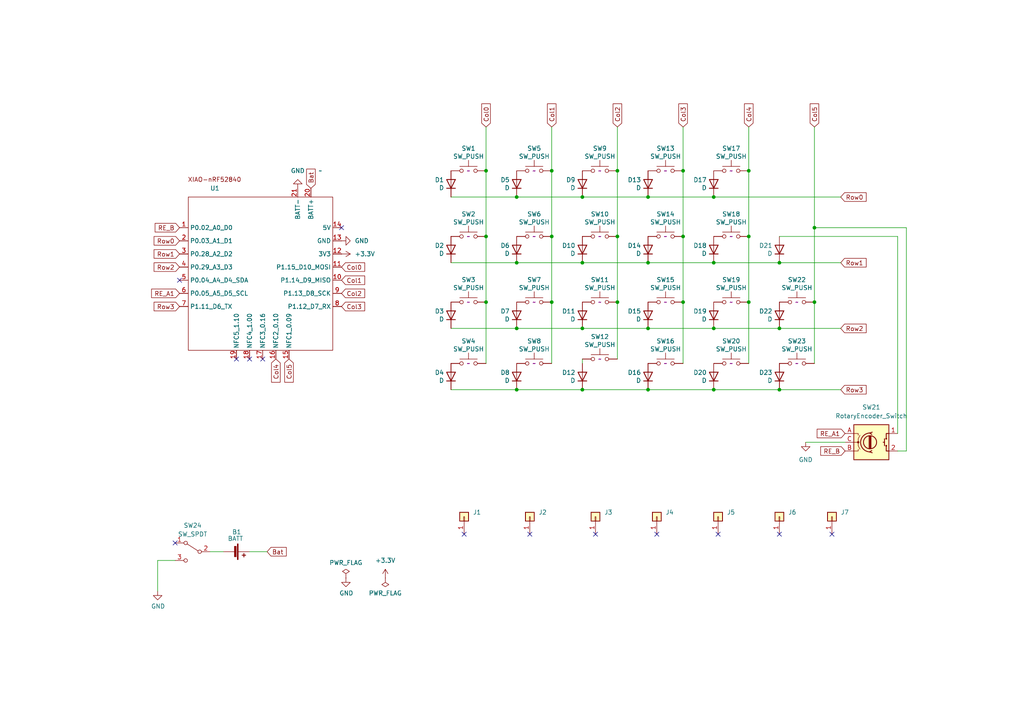
<source format=kicad_sch>
(kicad_sch (version 20231120) (generator "eeschema") (generator_version "8.0")
  (paper "A4")
  (lib_symbols
    (symbol "Connector_Generic:Conn_01x01" (pin_names (offset 1.016) hide)
      (property "Reference" "J" (at 0 2.54 0))
      (property "Value" "Conn_01x01" (at 0 -2.54 0))
      (symbol "Conn_01x01_1_1"
        (rectangle (start -1.27 0.127) (end 0 -0.127) (stroke (width 0.1524)))
        (rectangle (start -1.27 1.27) (end 1.27 -1.27) (stroke (width 0.254)) (fill (type background)))
        (pin passive line (at -5.08 0 0) (length 3.81) (name "Pin_1") (number "1"))
      )
    )
    (symbol "Device:Battery_Cell" (pin_numbers hide) (pin_names (offset 0) hide)
      (property "Reference" "BT" (at 2.54 2.54 0))
      (property "Value" "Battery_Cell" (at 2.54 0 0))
      (symbol "Battery_Cell_0_1"
        (rectangle (start -2.286 1.778) (end 2.286 1.524) (fill (type outline)))
        (rectangle (start -1.5748 1.1938) (end 1.4732 0.6858) (fill (type outline)))
        (polyline (pts (xy 0 0.762) (xy 0 0)))
        (polyline (pts (xy 0 1.778) (xy 0 2.54)))
        (polyline (pts (xy 0.508 3.429) (xy 1.524 3.429)) (stroke (width 0.254)))
        (polyline (pts (xy 1.016 3.937) (xy 1.016 2.921)) (stroke (width 0.254)))
      )
      (symbol "Battery_Cell_1_1"
        (pin passive line (at 0 5.08 270) (length 2.54) (name "+") (number "1"))
        (pin passive line (at 0 -2.54 90) (length 2.54) (name "-") (number "2"))
      )
    )
    (symbol "Device:D" (pin_numbers hide) (pin_names (offset 1.016) hide)
      (property "Reference" "D" (at 0 2.54 0))
      (property "Value" "D" (at 0 -2.54 0))
      (symbol "D_0_1"
        (polyline (pts (xy -1.27 1.27) (xy -1.27 -1.27)) (stroke (width 0.254)))
        (polyline (pts (xy 1.27 0) (xy -1.27 0)))
        (polyline (pts (xy 1.27 1.27) (xy 1.27 -1.27) (xy -1.27 0) (xy 1.27 1.27)) (stroke (width 0.254)))
      )
      (symbol "D_1_1"
        (pin passive line (at -3.81 0 0) (length 2.54) (name "K") (number "1"))
        (pin passive line (at 3.81 0 180) (length 2.54) (name "A") (number "2"))
      )
    )
    (symbol "Device:RotaryEncoder_Switch" (pin_names (offset 0.254) hide)
      (property "Reference" "SW21" (at 0 10.16 0))
      (property "Value" "RotaryEncoder_Switch" (at 0 7.62 0))
      (symbol "RotaryEncoder_Switch_0_1"
        (rectangle (start -5.08 5.08) (end 5.08 -5.08) (stroke (width 0.254)) (fill (type background)))
        (circle (center -3.81 0) (radius 0.254) (fill (type outline)))
        (circle (center -0.381 0) (radius 1.905) (stroke (width 0.254)))
        (arc (start -0.381 2.667) (mid -3.0988 -0.0635) (end -0.381 -2.794) (stroke (width 0.254)))
        (polyline (pts (xy -0.635 -1.778) (xy -0.635 1.778)) (stroke (width 0.254)))
        (polyline (pts (xy -0.381 -1.778) (xy -0.381 1.778)) (stroke (width 0.254)))
        (polyline (pts (xy -0.127 1.778) (xy -0.127 -1.778)) (stroke (width 0.254)))
        (polyline (pts (xy 3.81 0) (xy 3.429 0)) (stroke (width 0.254)))
        (polyline (pts (xy 3.81 1.016) (xy 3.81 -1.016)) (stroke (width 0.254)))
        (polyline (pts (xy -5.08 -2.54) (xy -3.81 -2.54) (xy -3.81 -2.032)))
        (polyline (pts (xy -5.08 2.54) (xy -3.81 2.54) (xy -3.81 2.032)))
        (polyline (pts (xy 0.254 -3.048) (xy -0.508 -2.794) (xy 0.127 -2.413)) (stroke (width 0.254)))
        (polyline (pts (xy 0.254 2.921) (xy -0.508 2.667) (xy 0.127 2.286)) (stroke (width 0.254)))
        (polyline (pts (xy 5.08 -2.54) (xy 4.318 -2.54) (xy 4.318 -1.016)) (stroke (width 0.254)))
        (polyline (pts (xy 5.08 2.54) (xy 4.318 2.54) (xy 4.318 1.016)) (stroke (width 0.254)))
        (polyline (pts (xy -5.08 0) (xy -3.81 0) (xy -3.81 -1.016) (xy -3.302 -2.032)))
        (polyline (pts (xy -4.318 0) (xy -3.81 0) (xy -3.81 1.016) (xy -3.302 2.032)))
        (circle (center 4.318 -1.016) (radius 0.127) (stroke (width 0.254)))
        (circle (center 4.318 1.016) (radius 0.127) (stroke (width 0.254)))
      )
      (symbol "RotaryEncoder_Switch_1_1"
        (pin passive line (at 7.62 2.54 180) (length 2.54) (name "1") (number "1"))
        (pin passive line (at 7.62 -2.54 180) (length 2.54) (name "2") (number "2"))
        (pin passive line (at -7.62 2.54 0) (length 2.54) (name "A") (number "A"))
        (pin passive line (at -7.62 -2.54 0) (length 2.54) (name "B") (number "B"))
        (pin passive line (at -7.62 0 0) (length 2.54) (name "C") (number "C"))
      )
    )
    (symbol "GND_1" (power) (pin_numbers hide) (pin_names (offset 0) hide)
      (property "Value" "GND" (at 0 -3.81 0))
      (symbol "GND_1_0_1"
        (polyline (pts (xy 0 0) (xy 0 -1.27) (xy 1.27 -1.27) (xy 0 -2.54) (xy -1.27 -1.27) (xy 0 -1.27)))
      )
      (symbol "GND_1_1_1"
        (pin power_in line (at 0 0 270) (length 0) (name "~") (number "1"))
      )
    )
    (symbol "GND_2" (power) (pin_numbers hide) (pin_names (offset 0) hide)
      (property "Value" "GND" (at 0 -3.81 0))
      (symbol "GND_2_0_1"
        (polyline (pts (xy 0 0) (xy 0 -1.27) (xy 1.27 -1.27) (xy 0 -2.54) (xy -1.27 -1.27) (xy 0 -1.27)))
      )
      (symbol "GND_2_1_1"
        (pin power_in line (at 0 0 270) (length 0) (name "~") (number "1"))
      )
    )
    (symbol "Switch:SW_Push" (pin_numbers hide) (pin_names (offset 1.016) hide)
      (property "Reference" "SW" (at 1.27 2.54 0))
      (property "Value" "SW_Push" (at 0 -1.524 0))
      (symbol "SW_Push_0_1"
        (circle (center -2.032 0) (radius 0.508))
        (polyline (pts (xy 0 1.27) (xy 0 3.048)))
        (polyline (pts (xy 2.54 1.27) (xy -2.54 1.27)))
        (circle (center 2.032 0) (radius 0.508))
        (pin passive line (at -5.08 0 0) (length 2.54) (name "1") (number "1"))
        (pin passive line (at 5.08 0 180) (length 2.54) (name "2") (number "2"))
      )
    )
    (symbol "Switch:SW_SPDT" (pin_names (offset 0) hide)
      (property "Reference" "SW" (at 0 4.318 0))
      (property "Value" "SW_SPDT" (at 0 -5.08 0))
      (symbol "SW_SPDT_0_0"
        (circle (center -2.032 0) (radius 0.508))
        (circle (center 2.032 -2.54) (radius 0.508))
      )
      (symbol "SW_SPDT_0_1"
        (polyline (pts (xy -1.524 0.254) (xy 1.651 2.286)))
        (circle (center 2.032 2.54) (radius 0.508))
      )
      (symbol "SW_SPDT_1_1"
        (pin passive line (at 5.08 2.54 180) (length 2.54) (name "A") (number "1"))
        (pin passive line (at -5.08 0 0) (length 2.54) (name "B") (number "2"))
        (pin passive line (at 5.08 -2.54 180) (length 2.54) (name "C") (number "3"))
      )
    )
    (symbol "my:XIAO-nRF52840"
      (property "Reference" "U1" (at 19.05 -3.81 0))
      (property "Value" "~" (at 50.4541 1.27 0))
      (symbol "XIAO-nRF52840_1_1"
        (text "XIAO-nRF52840" (at 20.32 -1.27 0) (effects (font (size 1.27 1.27))))
        (text_box "" (at 12.7 -6.35 0) (size 41.91 -44.45) (effects (font (size 1.27 1.27)) (justify left top)))
        (pin unspecified line (at 10.16 -15.24 0) (length 2.54) (name "P0.02_A0_D0") (number "1"))
        (pin unspecified line (at 57.15 -30.48 180) (length 2.54) (name "P1.14_D9_MISO") (number "10"))
        (pin unspecified line (at 57.15 -26.67 180) (length 2.54) (name "P1.15_D10_MOSI") (number "11"))
        (pin unspecified line (at 57.15 -22.86 180) (length 2.54) (name "3V3") (number "12"))
        (pin unspecified line (at 57.15 -19.05 180) (length 2.54) (name "GND") (number "13"))
        (pin unspecified line (at 57.15 -15.24 180) (length 2.54) (name "5V") (number "14"))
        (pin unspecified line (at 41.91 -53.34 90) (length 2.54) (name "NFC1_0.09") (number "15"))
        (pin unspecified line (at 38.1 -53.34 90) (length 2.54) (name "NFC2_0.10") (number "16"))
        (pin unspecified line (at 34.29 -53.34 90) (length 2.54) (name "NFC3_0.16") (number "17"))
        (pin unspecified line (at 30.48 -53.34 90) (length 2.54) (name "NFC4_1.00") (number "18"))
        (pin unspecified line (at 26.67 -53.34 90) (length 2.54) (name "NFC5_1.10") (number "19"))
        (pin unspecified line (at 10.16 -19.05 0) (length 2.54) (name "P0.03_A1_D1") (number "2"))
        (pin unspecified line (at 48.26 -3.81 270) (length 2.54) (name "BATT+") (number "20"))
        (pin unspecified line (at 44.45 -3.81 270) (length 2.54) (name "BATT-") (number "21"))
        (pin unspecified line (at 10.16 -22.86 0) (length 2.54) (name "P0.28_A2_D2") (number "3"))
        (pin unspecified line (at 10.16 -26.67 0) (length 2.54) (name "P0.29_A3_D3") (number "4"))
        (pin unspecified line (at 10.16 -30.48 0) (length 2.54) (name "P0.04_A4_D4_SDA") (number "5"))
        (pin unspecified line (at 10.16 -34.29 0) (length 2.54) (name "P0.05_A5_D5_SCL") (number "6"))
        (pin unspecified line (at 10.16 -38.1 0) (length 2.54) (name "P1.11_D6_TX") (number "7"))
        (pin unspecified line (at 57.15 -38.1 180) (length 2.54) (name "P1.12_D7_RX") (number "8"))
        (pin unspecified line (at 57.15 -34.29 180) (length 2.54) (name "P1.13_D8_SCK") (number "9"))
      )
    )
    (symbol "power:+3.3V" (power) (pin_numbers hide) (pin_names (offset 0) hide)
      (property "Value" "+3.3V" (at 0 3.556 0))
      (symbol "+3.3V_0_1"
        (polyline (pts (xy -0.762 1.27) (xy 0 2.54)))
        (polyline (pts (xy 0 0) (xy 0 2.54)))
        (polyline (pts (xy 0 2.54) (xy 0.762 1.27)))
      )
      (symbol "+3.3V_1_1"
        (pin power_in line (at 0 0 90) (length 0) (name "~") (number "1"))
      )
    )
    (symbol "power:GND" (power) (pin_names (offset 0))
      (property "Value" "GND" (at 0 -3.81 0))
      (symbol "GND_0_1"
        (polyline (pts (xy 0 0) (xy 0 -1.27) (xy 1.27 -1.27) (xy 0 -2.54) (xy -1.27 -1.27) (xy 0 -1.27)))
      )
      (symbol "GND_1_1"
        (pin power_in line (at 0 0 270) (length 0) hide (name "GND") (number "1"))
      )
    )
    (symbol "power:PWR_FLAG" (power) (pin_numbers hide) (pin_names (offset 0) hide)
      (property "Value" "PWR_FLAG" (at 0 3.81 0))
      (symbol "PWR_FLAG_0_0"
        (pin power_out line (at 0 0 90) (length 0) (name "pwr") (number "1"))
      )
      (symbol "PWR_FLAG_0_1"
        (polyline (pts (xy 0 0) (xy 0 1.27) (xy -1.016 1.905) (xy 0 2.54) (xy 1.016 1.905) (xy 0 1.27)))
      )
    )
  )
  (junction (at 160.02 49.53))
  (junction (at 168.91 113.03))
  (junction (at 207.01 57.15))
  (junction (at 149.86 57.15))
  (junction (at 236.22 66.04))
  (junction (at 179.07 87.63))
  (junction (at 168.91 76.2))
  (junction (at 168.91 95.25))
  (junction (at 236.22 87.63))
  (junction (at 226.06 95.25))
  (junction (at 140.97 87.63))
  (junction (at 149.86 76.2))
  (junction (at 160.02 68.58))
  (junction (at 217.17 87.63))
  (junction (at 198.12 68.58))
  (junction (at 207.01 113.03))
  (junction (at 226.06 76.2))
  (junction (at 226.06 113.03))
  (junction (at 187.96 95.25))
  (junction (at 217.17 49.53))
  (junction (at 187.96 57.15))
  (junction (at 207.01 95.25))
  (junction (at 179.07 49.53))
  (junction (at 179.07 68.58))
  (junction (at 160.02 87.63))
  (junction (at 168.91 57.15))
  (junction (at 187.96 113.03))
  (junction (at 149.86 95.25))
  (junction (at 187.96 76.2))
  (junction (at 140.97 68.58))
  (junction (at 149.86 113.03))
  (junction (at 217.17 68.58))
  (junction (at 198.12 49.53))
  (junction (at 207.01 76.2))
  (junction (at 140.97 49.53))
  (junction (at 198.12 87.63))
  (no_connect (at 226.06 154.94))
  (no_connect (at 190.5 154.94))
  (no_connect (at 208.28 154.94))
  (no_connect (at 50.8 157.48))
  (no_connect (at 153.67 154.94))
  (no_connect (at 134.62 154.94))
  (no_connect (at 76.2 104.14))
  (no_connect (at 99.06 66.04))
  (no_connect (at 68.58 104.14))
  (no_connect (at 72.39 104.14))
  (no_connect (at 172.72 154.94))
  (no_connect (at 241.3 154.94))
  (no_connect (at 52.07 81.28))
  (wire (pts (xy 179.07 49.53) (xy 179.07 68.58)))
  (wire (pts (xy 179.07 68.58) (xy 179.07 87.63)))
  (wire (pts (xy 236.22 87.63) (xy 236.22 105.41)))
  (wire (pts (xy 72.39 160.02) (xy 77.47 160.02)))
  (wire (pts (xy 60.96 160.02) (xy 64.77 160.02)))
  (wire (pts (xy 217.17 87.63) (xy 217.17 105.41)))
  (wire (pts (xy 226.06 68.58) (xy 260.35 68.58)))
  (wire (pts (xy 50.8 162.56) (xy 45.72 162.56)))
  (wire (pts (xy 236.22 66.04) (xy 262.89 66.04)))
  (wire (pts (xy 160.02 68.58) (xy 160.02 87.63)))
  (wire (pts (xy 198.12 68.58) (xy 198.12 87.63)))
  (wire (pts (xy 149.86 95.25) (xy 130.81 95.25)))
  (wire (pts (xy 187.96 95.25) (xy 168.91 95.25)))
  (wire (pts (xy 260.35 68.58) (xy 260.35 125.73)))
  (wire (pts (xy 233.68 128.27) (xy 245.11 128.27)))
  (wire (pts (xy 226.06 113.03) (xy 243.84 113.03)))
  (wire (pts (xy 226.06 95.25) (xy 243.84 95.25)))
  (wire (pts (xy 149.86 57.15) (xy 130.81 57.15)))
  (wire (pts (xy 207.01 113.03) (xy 226.06 113.03)))
  (wire (pts (xy 45.72 162.56) (xy 45.72 171.45)))
  (wire (pts (xy 179.07 36.83) (xy 179.07 49.53)))
  (wire (pts (xy 187.96 76.2) (xy 168.91 76.2)))
  (wire (pts (xy 198.12 87.63) (xy 198.12 105.41)))
  (wire (pts (xy 217.17 36.83) (xy 217.17 49.53)))
  (wire (pts (xy 207.01 113.03) (xy 187.96 113.03)))
  (wire (pts (xy 140.97 68.58) (xy 140.97 87.63)))
  (wire (pts (xy 168.91 95.25) (xy 149.86 95.25)))
  (wire (pts (xy 217.17 68.58) (xy 217.17 87.63)))
  (wire (pts (xy 217.17 49.53) (xy 217.17 68.58)))
  (wire (pts (xy 160.02 36.83) (xy 160.02 49.53)))
  (wire (pts (xy 236.22 36.83) (xy 236.22 66.04)))
  (wire (pts (xy 198.12 49.53) (xy 198.12 68.58)))
  (wire (pts (xy 207.01 57.15) (xy 187.96 57.15)))
  (wire (pts (xy 160.02 87.63) (xy 160.02 105.41)))
  (wire (pts (xy 168.91 57.15) (xy 149.86 57.15)))
  (wire (pts (xy 187.96 57.15) (xy 168.91 57.15)))
  (wire (pts (xy 168.91 113.03) (xy 149.86 113.03)))
  (wire (pts (xy 160.02 49.53) (xy 160.02 68.58)))
  (wire (pts (xy 140.97 49.53) (xy 140.97 68.58)))
  (wire (pts (xy 168.91 104.14) (xy 168.91 105.41)))
  (wire (pts (xy 207.01 76.2) (xy 187.96 76.2)))
  (wire (pts (xy 207.01 95.25) (xy 187.96 95.25)))
  (wire (pts (xy 207.01 95.25) (xy 226.06 95.25)))
  (wire (pts (xy 168.91 76.2) (xy 149.86 76.2)))
  (wire (pts (xy 149.86 76.2) (xy 130.81 76.2)))
  (wire (pts (xy 187.96 113.03) (xy 168.91 113.03)))
  (wire (pts (xy 207.01 57.15) (xy 243.84 57.15)))
  (wire (pts (xy 149.86 113.03) (xy 130.81 113.03)))
  (wire (pts (xy 262.89 130.81) (xy 262.89 66.04)))
  (wire (pts (xy 140.97 36.83) (xy 140.97 49.53)))
  (wire (pts (xy 207.01 76.2) (xy 226.06 76.2)))
  (wire (pts (xy 198.12 36.83) (xy 198.12 49.53)))
  (wire (pts (xy 140.97 87.63) (xy 140.97 105.41)))
  (wire (pts (xy 236.22 66.04) (xy 236.22 87.63)))
  (wire (pts (xy 179.07 87.63) (xy 179.07 104.14)))
  (wire (pts (xy 226.06 76.2) (xy 243.84 76.2)))
  (wire (pts (xy 260.35 130.81) (xy 262.89 130.81)))
  (global_label "RE_A1" (shape input) (at 245.11 125.73 180) (property "Intersheetrefs" "${INTERSHEET_REFS}" (effects (hide yes))))
  (global_label "RE_B" (shape input) (at 52.07 66.04 180) (property "Intersheetrefs" "${INTERSHEET_REFS}" (effects (hide yes))))
  (global_label "Col4" (shape input) (at 80.01 104.14 270) (property "Intersheetrefs" "${INTERSHEET_REFS}" (effects (hide yes))))
  (global_label "RE_B" (shape input) (at 245.11 130.81 180) (property "Intersheetrefs" "${INTERSHEET_REFS}" (effects (hide yes))))
  (global_label "Col3" (shape input) (at 198.12 36.83 90) (property "Intersheetrefs" "${INTERSHEET_REFS}" (effects (hide yes))))
  (global_label "Col0" (shape input) (at 140.97 36.83 90) (property "Intersheetrefs" "${INTERSHEET_REFS}" (effects (hide yes))))
  (global_label "Col1" (shape input) (at 160.02 36.83 90) (property "Intersheetrefs" "${INTERSHEET_REFS}" (effects (hide yes))))
  (global_label "Row1" (shape input) (at 52.07 73.66 180) (property "Intersheetrefs" "${INTERSHEET_REFS}" (effects (hide yes))))
  (global_label "Row2" (shape input) (at 243.84 95.25 0) (property "Intersheetrefs" "${INTERSHEET_REFS}" (effects (hide yes))))
  (global_label "Row3" (shape input) (at 52.07 88.9 180) (property "Intersheetrefs" "${INTERSHEET_REFS}" (effects (hide yes))))
  (global_label "Col5" (shape input) (at 236.22 36.83 90) (property "Intersheetrefs" "${INTERSHEET_REFS}" (effects (hide yes))))
  (global_label "Col0" (shape input) (at 99.06 77.47 0) (property "Intersheetrefs" "${INTERSHEET_REFS}" (effects (hide yes))))
  (global_label "Col1" (shape input) (at 99.06 81.28 0) (property "Intersheetrefs" "${INTERSHEET_REFS}" (effects (hide yes))))
  (global_label "Col5" (shape input) (at 83.82 104.14 270) (property "Intersheetrefs" "${INTERSHEET_REFS}" (effects (hide yes))))
  (global_label "Col2" (shape input) (at 179.07 36.83 90) (property "Intersheetrefs" "${INTERSHEET_REFS}" (effects (hide yes))))
  (global_label "Bat" (shape input) (at 77.47 160.02 0) (property "Intersheetrefs" "${INTERSHEET_REFS}" (effects (hide yes))))
  (global_label "Row1" (shape input) (at 243.84 76.2 0) (property "Intersheetrefs" "${INTERSHEET_REFS}" (effects (hide yes))))
  (global_label "RE_A1" (shape input) (at 52.07 85.09 180) (property "Intersheetrefs" "${INTERSHEET_REFS}" (effects (hide yes))))
  (global_label "Bat" (shape input) (at 90.17 54.61 90) (property "Intersheetrefs" "${INTERSHEET_REFS}" (effects (hide yes))))
  (global_label "Col4" (shape input) (at 217.17 36.83 90) (property "Intersheetrefs" "${INTERSHEET_REFS}" (effects (hide yes))))
  (global_label "Row2" (shape input) (at 52.07 77.47 180) (property "Intersheetrefs" "${INTERSHEET_REFS}" (effects (hide yes))))
  (global_label "Col3" (shape input) (at 99.06 88.9 0) (property "Intersheetrefs" "${INTERSHEET_REFS}" (effects (hide yes))))
  (global_label "Col2" (shape input) (at 99.06 85.09 0) (property "Intersheetrefs" "${INTERSHEET_REFS}" (effects (hide yes))))
  (global_label "Row0" (shape input) (at 243.84 57.15 0) (property "Intersheetrefs" "${INTERSHEET_REFS}" (effects (hide yes))))
  (global_label "Row3" (shape input) (at 243.84 113.03 0) (property "Intersheetrefs" "${INTERSHEET_REFS}" (effects (hide yes))))
  (global_label "Row0" (shape input) (at 52.07 69.85 180) (property "Intersheetrefs" "${INTERSHEET_REFS}" (effects (hide yes))))
  (symbol (lib_id "Connector_Generic:Conn_01x01") (at 190.5 149.86 90) (unit 1)
    (property "Reference" "J4" (at 193.04 148.5899 90) (effects (justify right)))
    (property "Value" "Conn_01x01-Connector_Generic" (effects (hide yes)))
    (property "Footprint" "MountingHole:MountingHole_4.3mm_M4" (effects (hide yes)))
    (property "Description" "Generic connector, single row, 01x01, script generated (kicad-library-utils/schlib/autogen/connector/)" (effects (hide yes)))
  )
  (symbol (lib_id "Device:D") (at 149.86 72.39 270) (mirror x) (unit 1)
    (property "Reference" "D6" (at 147.8534 71.2216 90) (effects (justify right)))
    (property "Value" "D" (at 147.8534 73.533 90) (effects (justify right)))
    (property "Footprint" "Diode_SMD:D_SOD-123" (effects (hide yes)))
  )
  (symbol (lib_id "Device:D") (at 168.91 53.34 270) (mirror x) (unit 1)
    (property "Reference" "D9" (at 166.9034 52.1716 90) (effects (justify right)))
    (property "Value" "D" (at 166.9034 54.483 90) (effects (justify right)))
    (property "Footprint" "Diode_SMD:D_SOD-123" (effects (hide yes)))
  )
  (symbol (lib_id "power:GND") (at 100.33 167.64 0) (unit 1)
    (property "Reference" "#PWR06" (effects (hide yes)))
    (property "Value" "GND" (at 100.457 172.0342 0))
  )
  (symbol (lib_id "Device:D") (at 226.06 91.44 270) (mirror x) (unit 1)
    (property "Reference" "D22" (at 224.0534 90.2716 90) (effects (justify right)))
    (property "Value" "D" (at 224.0534 92.583 90) (effects (justify right)))
    (property "Footprint" "Diode_SMD:D_SOD-123" (effects (hide yes)))
  )
  (symbol (lib_id "Device:D") (at 149.86 109.22 270) (mirror x) (unit 1)
    (property "Reference" "D8" (at 147.8534 108.0516 90) (effects (justify right)))
    (property "Value" "D" (at 147.8534 110.363 90) (effects (justify right)))
    (property "Footprint" "Diode_SMD:D_SOD-123" (effects (hide yes)))
  )
  (symbol (lib_id "Connector_Generic:Conn_01x01") (at 153.67 149.86 90) (unit 1)
    (property "Reference" "J2" (at 156.21 148.5899 90) (effects (justify right)))
    (property "Value" "Conn_01x01-Connector_Generic" (effects (hide yes)))
    (property "Footprint" "MountingHole:MountingHole_4.3mm_M4" (effects (hide yes)))
    (property "Description" "Generic connector, single row, 01x01, script generated (kicad-library-utils/schlib/autogen/connector/)" (effects (hide yes)))
  )
  (symbol (lib_id "Device:D") (at 168.91 72.39 270) (mirror x) (unit 1)
    (property "Reference" "D10" (at 166.9034 71.2216 90) (effects (justify right)))
    (property "Value" "D" (at 166.9034 73.533 90) (effects (justify right)))
    (property "Footprint" "Diode_SMD:D_SOD-123" (effects (hide yes)))
  )
  (symbol (lib_id "Connector_Generic:Conn_01x01") (at 208.28 149.86 90) (unit 1)
    (property "Reference" "J5" (at 210.82 148.5899 90) (effects (justify right)))
    (property "Value" "Conn_01x01-Connector_Generic" (effects (hide yes)))
    (property "Footprint" "MountingHole:MountingHole_4.3mm_M4" (effects (hide yes)))
    (property "Description" "Generic connector, single row, 01x01, script generated (kicad-library-utils/schlib/autogen/connector/)" (effects (hide yes)))
  )
  (symbol (lib_id "Device:D") (at 226.06 72.39 270) (mirror x) (unit 1)
    (property "Reference" "D21" (at 224.0534 71.2216 90) (effects (justify right)))
    (property "Value" "D" (at 224.0534 73.533 90) (effects (justify right)))
    (property "Footprint" "Diode_SMD:D_SOD-123" (effects (hide yes)))
  )
  (symbol (lib_id "Device:RotaryEncoder_Switch") (at 252.73 128.27 0) (unit 1)
    (property "Reference" "SW21" (at 252.73 118.11 0))
    (property "Value" "RotaryEncoder_Switch" (at 252.73 120.65 0))
    (property "Footprint" "roBa:gateron-ks27-choc-v1-mx-hotswap-ec12" (effects (hide yes)))
    (property "Description" "Rotary encoder, dual channel, incremental quadrate outputs, with switch" (effects (hide yes)))
  )
  (symbol (lib_id "Connector_Generic:Conn_01x01") (at 241.3 149.86 90) (unit 1)
    (property "Reference" "J7" (at 243.84 148.5899 90) (effects (justify right)))
    (property "Value" "Conn_01x01-Connector_Generic" (effects (hide yes)))
    (property "Footprint" "MountingHole:MountingHole_4.3mm_M4" (effects (hide yes)))
    (property "Description" "Generic connector, single row, 01x01, script generated (kicad-library-utils/schlib/autogen/connector/)" (effects (hide yes)))
  )
  (symbol (lib_id "Switch:SW_Push") (at 173.99 49.53 0) (unit 1)
    (property "Reference" "SW9" (at 173.99 43.053 0))
    (property "Value" "SW_PUSH" (at 173.99 45.3644 0))
    (property "Footprint" "roBa:gateron-ks27-choc-v1-mx-hotswap-curved-pads" (effects (hide yes)))
    (property "Datasheet" "~" (at 173.99 49.53 0))
    (property "Description" "Push button switch, generic, two pins" (effects (hide yes)))
  )
  (symbol (lib_id "my:XIAO-nRF52840") (at 41.91 50.8 0) (unit 1)
    (property "Reference" "U1" (at 60.96 54.61 0) (effects (justify left)))
    (property "Value" "~" (at 92.3641 49.53 0) (effects (justify left)))
    (property "Footprint" "roBa:XIAO_nRF52840_wBAT_wNFC_1" (effects (hide yes)))
  )
  (symbol (lib_id "Switch:SW_Push") (at 154.94 105.41 0) (unit 1)
    (property "Reference" "SW8" (at 154.94 98.933 0))
    (property "Value" "SW_PUSH" (at 154.94 101.2444 0))
    (property "Footprint" "roBa:gateron-ks27-choc-v1-mx-hotswap-curved-pads" (effects (hide yes)))
    (property "Datasheet" "~" (at 154.94 105.41 0))
    (property "Description" "Push button switch, generic, two pins" (effects (hide yes)))
  )
  (symbol (lib_id "Device:D") (at 149.86 53.34 270) (mirror x) (unit 1)
    (property "Reference" "D5" (at 147.8534 52.1716 90) (effects (justify right)))
    (property "Value" "D" (at 147.8534 54.483 90) (effects (justify right)))
    (property "Footprint" "Diode_SMD:D_SOD-123" (effects (hide yes)))
  )
  (symbol (lib_id "Switch:SW_Push") (at 193.04 49.53 0) (unit 1)
    (property "Reference" "SW13" (at 193.04 43.053 0))
    (property "Value" "SW_PUSH" (at 193.04 45.3644 0))
    (property "Footprint" "roBa:gateron-ks27-choc-v1-mx-hotswap-curved-pads" (effects (hide yes)))
    (property "Datasheet" "~" (at 193.04 49.53 0))
    (property "Description" "Push button switch, generic, two pins" (effects (hide yes)))
  )
  (symbol (lib_id "Device:D") (at 130.81 91.44 270) (mirror x) (unit 1)
    (property "Reference" "D3" (at 128.8034 90.2716 90) (effects (justify right)))
    (property "Value" "D" (at 128.8034 92.583 90) (effects (justify right)))
    (property "Footprint" "Diode_SMD:D_SOD-123" (effects (hide yes)))
  )
  (symbol (lib_id "Switch:SW_Push") (at 135.89 68.58 0) (unit 1)
    (property "Reference" "SW2" (at 135.89 62.103 0))
    (property "Value" "SW_PUSH" (at 135.89 64.4144 0))
    (property "Footprint" "roBa:gateron-ks27-choc-v1-mx-hotswap-curved-pads" (effects (hide yes)))
    (property "Datasheet" "~" (at 135.89 68.58 0))
    (property "Description" "Push button switch, generic, two pins" (effects (hide yes)))
  )
  (symbol (lib_id "Switch:SW_Push") (at 173.99 87.63 0) (unit 1)
    (property "Reference" "SW11" (at 173.99 81.153 0))
    (property "Value" "SW_PUSH" (at 173.99 83.4644 0))
    (property "Footprint" "roBa:gateron-ks27-choc-v1-mx-hotswap-curved-pads" (effects (hide yes)))
    (property "Datasheet" "~" (at 173.99 87.63 0))
    (property "Description" "Push button switch, generic, two pins" (effects (hide yes)))
  )
  (symbol (lib_id "Connector_Generic:Conn_01x01") (at 134.62 149.86 90) (unit 1)
    (property "Reference" "J1" (at 137.16 148.5899 90) (effects (justify right)))
    (property "Value" "Conn_01x01-Connector_Generic" (effects (hide yes)))
    (property "Footprint" "MountingHole:MountingHole_4.3mm_M4" (effects (hide yes)))
    (property "Description" "Generic connector, single row, 01x01, script generated (kicad-library-utils/schlib/autogen/connector/)" (effects (hide yes)))
  )
  (symbol (lib_id "Connector_Generic:Conn_01x01") (at 226.06 149.86 90) (unit 1)
    (property "Reference" "J6" (at 228.6 148.5899 90) (effects (justify right)))
    (property "Value" "Conn_01x01-Connector_Generic" (effects (hide yes)))
    (property "Footprint" "MountingHole:MountingHole_4.3mm_M4" (effects (hide yes)))
    (property "Description" "Generic connector, single row, 01x01, script generated (kicad-library-utils/schlib/autogen/connector/)" (effects (hide yes)))
  )
  (symbol (lib_id "Switch:SW_Push") (at 154.94 49.53 0) (unit 1)
    (property "Reference" "SW5" (at 154.94 43.053 0))
    (property "Value" "SW_PUSH" (at 154.94 45.3644 0))
    (property "Footprint" "roBa:gateron-ks27-choc-v1-mx-hotswap-curved-pads" (effects (hide yes)))
    (property "Datasheet" "~" (at 154.94 49.53 0))
    (property "Description" "Push button switch, generic, two pins" (effects (hide yes)))
  )
  (symbol (lib_id "power:GND") (at 45.72 171.45 0) (unit 1)
    (property "Reference" "#PWR01" (effects (hide yes)))
    (property "Value" "GND" (at 45.847 175.8442 0))
  )
  (symbol (lib_name "GND_2") (lib_id "power:GND") (at 233.68 128.27 0) (unit 1)
    (property "Reference" "#PWR08" (effects (hide yes)))
    (property "Value" "GND" (at 233.68 133.35 0))
    (property "Description" "Power symbol creates a global label with name \"GND\" , ground" (effects (hide yes)))
  )
  (symbol (lib_id "Switch:SW_Push") (at 154.94 87.63 0) (unit 1)
    (property "Reference" "SW7" (at 154.94 81.153 0))
    (property "Value" "SW_PUSH" (at 154.94 83.4644 0))
    (property "Footprint" "roBa:gateron-ks27-choc-v1-mx-hotswap-curved-pads" (effects (hide yes)))
    (property "Datasheet" "~" (at 154.94 87.63 0))
    (property "Description" "Push button switch, generic, two pins" (effects (hide yes)))
  )
  (symbol (lib_id "Switch:SW_Push") (at 173.99 104.14 0) (unit 1)
    (property "Reference" "SW12" (at 173.99 97.663 0))
    (property "Value" "SW_PUSH" (at 173.99 99.9744 0))
    (property "Footprint" "roBa:gateron-ks27-choc-v1-mx-hotswap-curved-pads" (effects (hide yes)))
    (property "Datasheet" "~" (at 173.99 104.14 0))
    (property "Description" "Push button switch, generic, two pins" (effects (hide yes)))
  )
  (symbol (lib_id "Connector_Generic:Conn_01x01") (at 172.72 149.86 90) (unit 1)
    (property "Reference" "J3" (at 175.26 148.5899 90) (effects (justify right)))
    (property "Value" "Conn_01x01-Connector_Generic" (effects (hide yes)))
    (property "Footprint" "MountingHole:MountingHole_4.3mm_M4" (effects (hide yes)))
    (property "Description" "Generic connector, single row, 01x01, script generated (kicad-library-utils/schlib/autogen/connector/)" (effects (hide yes)))
  )
  (symbol (lib_id "power:PWR_FLAG") (at 111.76 167.64 180) (unit 1)
    (property "Reference" "#FLG02" (effects (hide yes)))
    (property "Value" "PWR_FLAG" (at 111.76 172.0342 0))
  )
  (symbol (lib_id "Device:D") (at 207.01 109.22 270) (mirror x) (unit 1)
    (property "Reference" "D20" (at 205.0034 108.0516 90) (effects (justify right)))
    (property "Value" "D" (at 205.0034 110.363 90) (effects (justify right)))
    (property "Footprint" "Diode_SMD:D_SOD-123" (effects (hide yes)))
  )
  (symbol (lib_id "Device:D") (at 130.81 53.34 270) (mirror x) (unit 1)
    (property "Reference" "D1" (at 128.8034 52.1716 90) (effects (justify right)))
    (property "Value" "D" (at 128.8034 54.483 90) (effects (justify right)))
    (property "Footprint" "Diode_SMD:D_SOD-123" (effects (hide yes)))
  )
  (symbol (lib_id "Switch:SW_Push") (at 193.04 105.41 0) (unit 1)
    (property "Reference" "SW16" (at 193.04 98.933 0))
    (property "Value" "SW_PUSH" (at 193.04 101.2444 0))
    (property "Footprint" "roBa:gateron-ks27-choc-v1-mx-hotswap-curved-pads" (effects (hide yes)))
    (property "Datasheet" "~" (at 193.04 105.41 0))
    (property "Description" "Push button switch, generic, two pins" (effects (hide yes)))
  )
  (symbol (lib_id "Device:D") (at 226.06 109.22 270) (mirror x) (unit 1)
    (property "Reference" "D23" (at 224.0534 108.0516 90) (effects (justify right)))
    (property "Value" "D" (at 224.0534 110.363 90) (effects (justify right)))
    (property "Footprint" "Diode_SMD:D_SOD-123" (effects (hide yes)))
  )
  (symbol (lib_id "power:+3.3V") (at 111.76 167.64 0) (unit 1)
    (property "Reference" "#PWR05" (effects (hide yes)))
    (property "Value" "+3.3V" (at 111.76 162.56 0))
    (property "Description" "Power symbol creates a global label with name \"+3.3V\"" (effects (hide yes)))
  )
  (symbol (lib_id "Device:D") (at 187.96 72.39 270) (mirror x) (unit 1)
    (property "Reference" "D14" (at 185.9534 71.2216 90) (effects (justify right)))
    (property "Value" "D" (at 185.9534 73.533 90) (effects (justify right)))
    (property "Footprint" "Diode_SMD:D_SOD-123" (effects (hide yes)))
  )
  (symbol (lib_id "Switch:SW_Push") (at 193.04 68.58 0) (unit 1)
    (property "Reference" "SW14" (at 193.04 62.103 0))
    (property "Value" "SW_PUSH" (at 193.04 64.4144 0))
    (property "Footprint" "roBa:gateron-ks27-choc-v1-mx-hotswap-curved-pads" (effects (hide yes)))
    (property "Datasheet" "~" (at 193.04 68.58 0))
    (property "Description" "Push button switch, generic, two pins" (effects (hide yes)))
  )
  (symbol (lib_id "Device:D") (at 207.01 91.44 270) (mirror x) (unit 1)
    (property "Reference" "D19" (at 205.0034 90.2716 90) (effects (justify right)))
    (property "Value" "D" (at 205.0034 92.583 90) (effects (justify right)))
    (property "Footprint" "Diode_SMD:D_SOD-123" (effects (hide yes)))
  )
  (symbol (lib_id "Switch:SW_Push") (at 212.09 105.41 0) (unit 1)
    (property "Reference" "SW20" (at 212.09 98.933 0))
    (property "Value" "SW_PUSH" (at 212.09 101.2444 0))
    (property "Footprint" "roBa:gateron-ks27-choc-v1-mx-hotswap-curved-pads" (effects (hide yes)))
    (property "Datasheet" "~" (at 212.09 105.41 0))
    (property "Description" "Push button switch, generic, two pins" (effects (hide yes)))
  )
  (symbol (lib_id "Device:D") (at 187.96 91.44 270) (mirror x) (unit 1)
    (property "Reference" "D15" (at 185.9534 90.2716 90) (effects (justify right)))
    (property "Value" "D" (at 185.9534 92.583 90) (effects (justify right)))
    (property "Footprint" "Diode_SMD:D_SOD-123" (effects (hide yes)))
  )
  (symbol (lib_id "Switch:SW_Push") (at 193.04 87.63 0) (unit 1)
    (property "Reference" "SW15" (at 193.04 81.153 0))
    (property "Value" "SW_PUSH" (at 193.04 83.4644 0))
    (property "Footprint" "roBa:gateron-ks27-choc-v1-mx-hotswap-curved-pads" (effects (hide yes)))
    (property "Datasheet" "~" (at 193.04 87.63 0))
    (property "Description" "Push button switch, generic, two pins" (effects (hide yes)))
  )
  (symbol (lib_id "Switch:SW_Push") (at 212.09 49.53 0) (unit 1)
    (property "Reference" "SW17" (at 212.09 43.053 0))
    (property "Value" "SW_PUSH" (at 212.09 45.3644 0))
    (property "Footprint" "roBa:gateron-ks27-choc-v1-mx-hotswap-curved-pads" (effects (hide yes)))
    (property "Datasheet" "~" (at 212.09 49.53 0))
    (property "Description" "Push button switch, generic, two pins" (effects (hide yes)))
  )
  (symbol (lib_id "Switch:SW_Push") (at 173.99 68.58 0) (unit 1)
    (property "Reference" "SW10" (at 173.99 62.103 0))
    (property "Value" "SW_PUSH" (at 173.99 64.4144 0))
    (property "Footprint" "roBa:gateron-ks27-choc-v1-mx-hotswap-curved-pads" (effects (hide yes)))
    (property "Datasheet" "~" (at 173.99 68.58 0))
    (property "Description" "Push button switch, generic, two pins" (effects (hide yes)))
  )
  (symbol (lib_id "power:PWR_FLAG") (at 100.33 167.64 0) (unit 1)
    (property "Reference" "#FLG01" (effects (hide yes)))
    (property "Value" "PWR_FLAG" (at 100.33 163.2204 0))
  )
  (symbol (lib_id "Device:D") (at 168.91 109.22 270) (mirror x) (unit 1)
    (property "Reference" "D12" (at 166.9034 108.0516 90) (effects (justify right)))
    (property "Value" "D" (at 166.9034 110.363 90) (effects (justify right)))
    (property "Footprint" "Diode_SMD:D_SOD-123" (effects (hide yes)))
  )
  (symbol (lib_id "Device:D") (at 130.81 72.39 270) (mirror x) (unit 1)
    (property "Reference" "D2" (at 128.8034 71.2216 90) (effects (justify right)))
    (property "Value" "D" (at 128.8034 73.533 90) (effects (justify right)))
    (property "Footprint" "Diode_SMD:D_SOD-123" (effects (hide yes)))
  )
  (symbol (lib_id "Device:D") (at 207.01 72.39 270) (mirror x) (unit 1)
    (property "Reference" "D18" (at 205.0034 71.2216 90) (effects (justify right)))
    (property "Value" "D" (at 205.0034 73.533 90) (effects (justify right)))
    (property "Footprint" "Diode_SMD:D_SOD-123" (effects (hide yes)))
  )
  (symbol (lib_id "Switch:SW_Push") (at 231.14 87.63 0) (unit 1)
    (property "Reference" "SW22" (at 231.14 81.153 0))
    (property "Value" "SW_PUSH" (at 231.14 83.4644 0))
    (property "Footprint" "roBa:gateron-ks27-choc-v1-mx-hotswap-curved-pads" (effects (hide yes)))
    (property "Datasheet" "~" (at 231.14 87.63 0))
    (property "Description" "Push button switch, generic, two pins" (effects (hide yes)))
  )
  (symbol (lib_name "GND_1") (lib_id "power:GND") (at 99.06 69.85 90) (unit 1)
    (property "Reference" "#PWR04" (effects (hide yes)))
    (property "Value" "GND" (at 102.87 69.8499 90) (effects (justify right)))
    (property "Description" "Power symbol creates a global label with name \"GND\" , ground" (effects (hide yes)))
  )
  (symbol (lib_id "Device:D") (at 149.86 91.44 270) (mirror x) (unit 1)
    (property "Reference" "D7" (at 147.8534 90.2716 90) (effects (justify right)))
    (property "Value" "D" (at 147.8534 92.583 90) (effects (justify right)))
    (property "Footprint" "Diode_SMD:D_SOD-123" (effects (hide yes)))
  )
  (symbol (lib_id "Switch:SW_Push") (at 212.09 68.58 0) (unit 1)
    (property "Reference" "SW18" (at 212.09 62.103 0))
    (property "Value" "SW_PUSH" (at 212.09 64.4144 0))
    (property "Footprint" "roBa:gateron-ks27-choc-v1-mx-hotswap-curved-pads" (effects (hide yes)))
    (property "Datasheet" "~" (at 212.09 68.58 0))
    (property "Description" "Push button switch, generic, two pins" (effects (hide yes)))
  )
  (symbol (lib_id "Switch:SW_Push") (at 231.14 105.41 0) (unit 1)
    (property "Reference" "SW23" (at 231.14 98.933 0))
    (property "Value" "SW_PUSH" (at 231.14 101.2444 0))
    (property "Footprint" "roBa:gateron-ks27-choc-v1-mx-hotswap-curved-pads" (effects (hide yes)))
    (property "Datasheet" "~" (at 231.14 105.41 0))
    (property "Description" "Push button switch, generic, two pins" (effects (hide yes)))
  )
  (symbol (lib_id "Switch:SW_Push") (at 135.89 105.41 0) (unit 1)
    (property "Reference" "SW4" (at 135.89 98.933 0))
    (property "Value" "SW_PUSH" (at 135.89 101.2444 0))
    (property "Footprint" "roBa:gateron-ks27-choc-v1-mx-hotswap-curved-pads" (effects (hide yes)))
    (property "Datasheet" "~" (at 135.89 105.41 0))
    (property "Description" "Push button switch, generic, two pins" (effects (hide yes)))
  )
  (symbol (lib_id "Switch:SW_Push") (at 212.09 87.63 0) (unit 1)
    (property "Reference" "SW19" (at 212.09 81.153 0))
    (property "Value" "SW_PUSH" (at 212.09 83.4644 0))
    (property "Footprint" "roBa:gateron-ks27-choc-v1-mx-hotswap-curved-pads" (effects (hide yes)))
    (property "Datasheet" "~" (at 212.09 87.63 0))
    (property "Description" "Push button switch, generic, two pins" (effects (hide yes)))
  )
  (symbol (lib_id "Device:D") (at 187.96 53.34 270) (mirror x) (unit 1)
    (property "Reference" "D13" (at 185.9534 52.1716 90) (effects (justify right)))
    (property "Value" "D" (at 185.9534 54.483 90) (effects (justify right)))
    (property "Footprint" "Diode_SMD:D_SOD-123" (effects (hide yes)))
  )
  (symbol (lib_id "Switch:SW_Push") (at 154.94 68.58 0) (unit 1)
    (property "Reference" "SW6" (at 154.94 62.103 0))
    (property "Value" "SW_PUSH" (at 154.94 64.4144 0))
    (property "Footprint" "roBa:gateron-ks27-choc-v1-mx-hotswap-curved-pads" (effects (hide yes)))
    (property "Datasheet" "~" (at 154.94 68.58 0))
    (property "Description" "Push button switch, generic, two pins" (effects (hide yes)))
  )
  (symbol (lib_id "Device:Battery_Cell") (at 67.31 160.02 270) (unit 1)
    (property "Reference" "B1" (at 67.31 154.305 90) (effects (justify left)))
    (property "Value" "BATT" (at 66.04 156.21 90) (effects (justify left)))
    (property "Footprint" "roBa:JST_S2B-PH-SM4-TB" (effects (hide yes)))
  )
  (symbol (lib_id "Switch:SW_SPDT") (at 55.88 160.02 0) (mirror y) (unit 1)
    (property "Reference" "SW24" (at 55.88 152.4 0))
    (property "Value" "SW_SPDT" (at 55.88 154.94 0))
    (property "Footprint" "roBa:TGSW_MSK-12D19" (effects (hide yes)))
  )
  (symbol (lib_id "Device:D") (at 130.81 109.22 270) (mirror x) (unit 1)
    (property "Reference" "D4" (at 128.8034 108.0516 90) (effects (justify right)))
    (property "Value" "D" (at 128.8034 110.363 90) (effects (justify right)))
    (property "Footprint" "Diode_SMD:D_SOD-123" (effects (hide yes)))
  )
  (symbol (lib_id "Device:D") (at 187.96 109.22 270) (mirror x) (unit 1)
    (property "Reference" "D16" (at 185.9534 108.0516 90) (effects (justify right)))
    (property "Value" "D" (at 185.9534 110.363 90) (effects (justify right)))
    (property "Footprint" "Diode_SMD:D_SOD-123" (effects (hide yes)))
  )
  (symbol (lib_id "Switch:SW_Push") (at 135.89 87.63 0) (unit 1)
    (property "Reference" "SW3" (at 135.89 81.153 0))
    (property "Value" "SW_PUSH" (at 135.89 83.4644 0))
    (property "Footprint" "roBa:gateron-ks27-choc-v1-mx-hotswap-curved-pads" (effects (hide yes)))
    (property "Datasheet" "~" (at 135.89 87.63 0))
    (property "Description" "Push button switch, generic, two pins" (effects (hide yes)))
  )
  (symbol (lib_id "Switch:SW_Push") (at 135.89 49.53 0) (unit 1)
    (property "Reference" "SW1" (at 135.89 43.053 0))
    (property "Value" "SW_PUSH" (at 135.89 45.3644 0))
    (property "Footprint" "roBa:gateron-ks27-choc-v1-mx-hotswap-curved-pads" (effects (hide yes)))
    (property "Datasheet" "~" (at 135.89 49.53 0))
    (property "Description" "Push button switch, generic, two pins" (effects (hide yes)))
  )
  (symbol (lib_id "power:+3.3V") (at 99.06 73.66 270) (unit 1)
    (property "Reference" "#PWR02" (effects (hide yes)))
    (property "Value" "+3.3V" (at 102.87 73.6599 90) (effects (justify left)))
    (property "Description" "Power symbol creates a global label with name \"+3.3V\"" (effects (hide yes)))
  )
  (symbol (lib_id "Device:D") (at 207.01 53.34 270) (mirror x) (unit 1)
    (property "Reference" "D17" (at 205.0034 52.1716 90) (effects (justify right)))
    (property "Value" "D" (at 205.0034 54.483 90) (effects (justify right)))
    (property "Footprint" "Diode_SMD:D_SOD-123" (effects (hide yes)))
  )
  (symbol (lib_name "GND_1") (lib_id "power:GND") (at 86.36 54.61 180) (unit 1)
    (property "Reference" "#PWR03" (effects (hide yes)))
    (property "Value" "GND" (at 86.36 49.53 0))
    (property "Description" "Power symbol creates a global label with name \"GND\" , ground" (effects (hide yes)))
  )
  (symbol (lib_id "Device:D") (at 168.91 91.44 270) (mirror x) (unit 1)
    (property "Reference" "D11" (at 166.9034 90.2716 90) (effects (justify right)))
    (property "Value" "D" (at 166.9034 92.583 90) (effects (justify right)))
    (property "Footprint" "Diode_SMD:D_SOD-123" (effects (hide yes)))
  )
)
</source>
